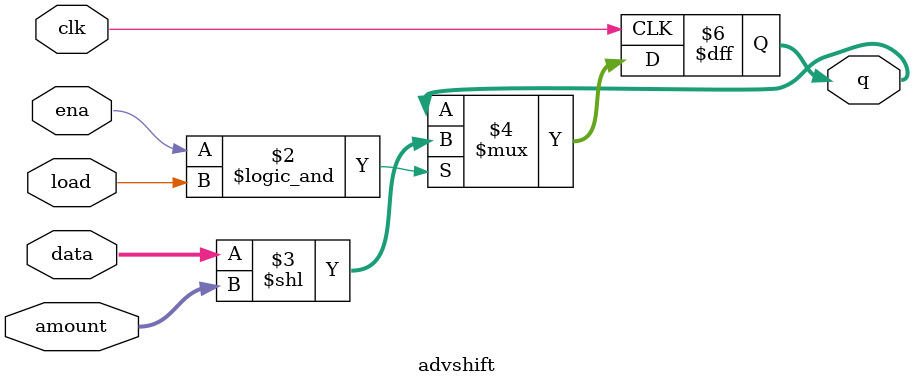
<source format=v>
module advshift(input clk,
input load,
input ena,
input [1:0] amount,
input [63:0] data,
output reg [63:0] q); 
// when load is high, assign data[63:0] to shift register q.
// if ena is high, shift q.
// amount: Chooses which direction and how much to shift.
// 2'b00: shift left by 1 bit.
// 2'b01: shift left by 8 bits.
// 2'b10: shift right by 1 bit.
// 2'b11: shift right by 8 bits.


always @(posedge clk)
  if (ena && load)
    q <= (data[63:0] << amount);
endmodule

</source>
